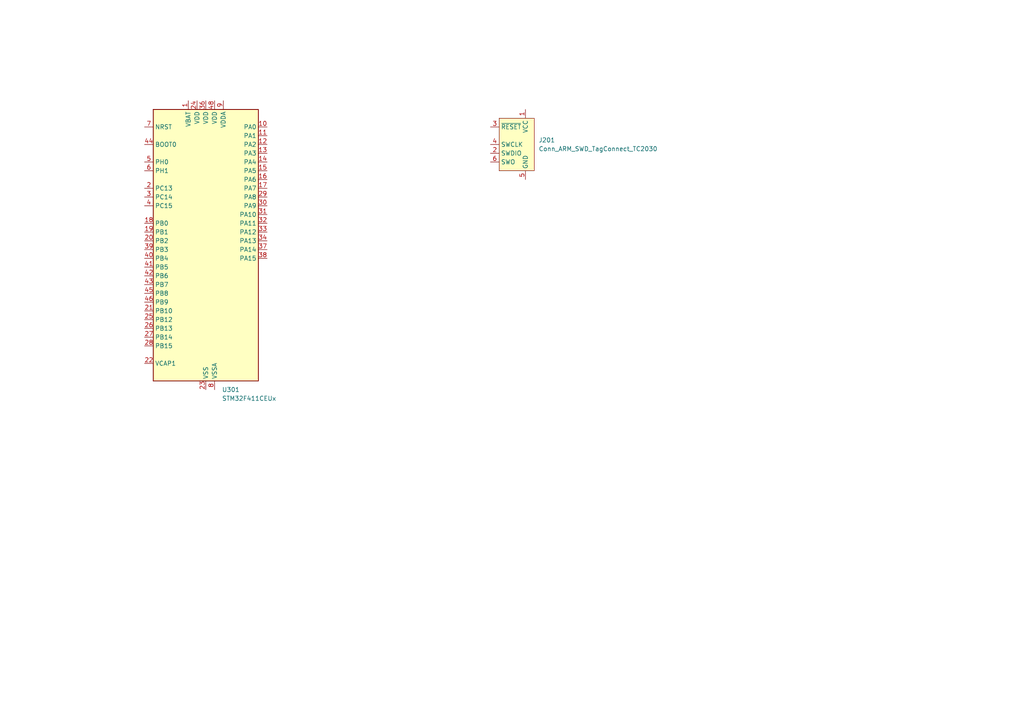
<source format=kicad_sch>
(kicad_sch (version 20250114) (generator "eeschema") (generator_version "9.0")
  (paper "A4")
  (lib_symbols
    (symbol "Connector:Conn_ARM_SWD_TagConnect_TC2030" (in_bom no)
      (property "Reference" "J" (at 2.54 11.43 0))
      (property "Value" "Conn_ARM_SWD_TagConnect_TC2030" (at 5.08 8.89 0))
      (symbol "Conn_ARM_SWD_TagConnect_TC2030_0_0"
        (pin power_in line (at -2.54 10.16 270) (length 2.54) (name "VCC") (number "1"))
        (pin power_in line (at -2.54 -10.16 90) (length 2.54) (name "GND") (number "5"))
        (pin open_collector line (at 7.62 5.08 180) (length 2.54) (name "~{RESET}") (number "3"))
        (pin output line (at 7.62 0 180) (length 2.54) (name "SWCLK") (number "4"))
        (pin bidirectional line (at 7.62 -2.54 180) (length 2.54) (name "SWDIO") (number "2"))
        (pin input line (at 7.62 -5.08 180) (length 2.54) (name "SWO") (number "6"))
      )
      (symbol "Conn_ARM_SWD_TagConnect_TC2030_0_1"
        (rectangle (start -5.08 7.62) (end 5.08 -7.62) (fill (type background)))
      )
    )
    (symbol "MCU_ST_STM32F4:STM32F411CEUx"
      (property "Reference" "U" (at -15.24 41.91 0))
      (property "Value" "STM32F411CEUx" (at 7.62 41.91 0))
      (symbol "STM32F411CEUx_0_1"
        (rectangle (start -15.24 -38.1) (end 15.24 40.64) (stroke (width 0.254)) (fill (type background)))
      )
      (symbol "STM32F411CEUx_1_1"
        (pin input line (at -17.78 35.56 0) (length 2.54) (name "NRST") (number "7"))
        (pin input line (at -17.78 30.48 0) (length 2.54) (name "BOOT0") (number "44"))
        (pin bidirectional line (at -17.78 25.4 0) (length 2.54) (name "PH0") (number "5"))
        (pin bidirectional line (at -17.78 22.86 0) (length 2.54) (name "PH1") (number "6"))
        (pin bidirectional line (at -17.78 17.78 0) (length 2.54) (name "PC13") (number "2"))
        (pin bidirectional line (at -17.78 15.24 0) (length 2.54) (name "PC14") (number "3"))
        (pin bidirectional line (at -17.78 12.7 0) (length 2.54) (name "PC15") (number "4"))
        (pin bidirectional line (at -17.78 7.62 0) (length 2.54) (name "PB0") (number "18"))
        (pin bidirectional line (at -17.78 5.08 0) (length 2.54) (name "PB1") (number "19"))
        (pin bidirectional line (at -17.78 2.54 0) (length 2.54) (name "PB2") (number "20"))
        (pin bidirectional line (at -17.78 0 0) (length 2.54) (name "PB3") (number "39"))
        (pin bidirectional line (at -17.78 -2.54 0) (length 2.54) (name "PB4") (number "40"))
        (pin bidirectional line (at -17.78 -5.08 0) (length 2.54) (name "PB5") (number "41"))
        (pin bidirectional line (at -17.78 -7.62 0) (length 2.54) (name "PB6") (number "42"))
        (pin bidirectional line (at -17.78 -10.16 0) (length 2.54) (name "PB7") (number "43"))
        (pin bidirectional line (at -17.78 -12.7 0) (length 2.54) (name "PB8") (number "45"))
        (pin bidirectional line (at -17.78 -15.24 0) (length 2.54) (name "PB9") (number "46"))
        (pin bidirectional line (at -17.78 -17.78 0) (length 2.54) (name "PB10") (number "21"))
        (pin bidirectional line (at -17.78 -20.32 0) (length 2.54) (name "PB12") (number "25"))
        (pin bidirectional line (at -17.78 -22.86 0) (length 2.54) (name "PB13") (number "26"))
        (pin bidirectional line (at -17.78 -25.4 0) (length 2.54) (name "PB14") (number "27"))
        (pin bidirectional line (at -17.78 -27.94 0) (length 2.54) (name "PB15") (number "28"))
        (pin power_out line (at -17.78 -33.02 0) (length 2.54) (name "VCAP1") (number "22"))
        (pin power_in line (at -5.08 43.18 270) (length 2.54) (name "VBAT") (number "1"))
        (pin power_in line (at -2.54 43.18 270) (length 2.54) (name "VDD") (number "24"))
        (pin power_in line (at 0 43.18 270) (length 2.54) (name "VDD") (number "36"))
        (pin power_in line (at 0 -40.64 90) (length 2.54) (name "VSS") (number "23"))
        (pin passive line (at 0 -40.64 90) (length 2.54) (hide yes) (name "VSS") (number "35"))
        (pin passive line (at 0 -40.64 90) (length 2.54) (hide yes) (name "VSS") (number "47"))
        (pin passive line (at 0 -40.64 90) (length 2.54) (hide yes) (name "VSS") (number "49"))
        (pin power_in line (at 2.54 43.18 270) (length 2.54) (name "VDD") (number "48"))
        (pin power_in line (at 2.54 -40.64 90) (length 2.54) (name "VSSA") (number "8"))
        (pin power_in line (at 5.08 43.18 270) (length 2.54) (name "VDDA") (number "9"))
        (pin bidirectional line (at 17.78 35.56 180) (length 2.54) (name "PA0") (number "10"))
        (pin bidirectional line (at 17.78 33.02 180) (length 2.54) (name "PA1") (number "11"))
        (pin bidirectional line (at 17.78 30.48 180) (length 2.54) (name "PA2") (number "12"))
        (pin bidirectional line (at 17.78 27.94 180) (length 2.54) (name "PA3") (number "13"))
        (pin bidirectional line (at 17.78 25.4 180) (length 2.54) (name "PA4") (number "14"))
        (pin bidirectional line (at 17.78 22.86 180) (length 2.54) (name "PA5") (number "15"))
        (pin bidirectional line (at 17.78 20.32 180) (length 2.54) (name "PA6") (number "16"))
        (pin bidirectional line (at 17.78 17.78 180) (length 2.54) (name "PA7") (number "17"))
        (pin bidirectional line (at 17.78 15.24 180) (length 2.54) (name "PA8") (number "29"))
        (pin bidirectional line (at 17.78 12.7 180) (length 2.54) (name "PA9") (number "30"))
        (pin bidirectional line (at 17.78 10.16 180) (length 2.54) (name "PA10") (number "31"))
        (pin bidirectional line (at 17.78 7.62 180) (length 2.54) (name "PA11") (number "32"))
        (pin bidirectional line (at 17.78 5.08 180) (length 2.54) (name "PA12") (number "33"))
        (pin bidirectional line (at 17.78 2.54 180) (length 2.54) (name "PA13") (number "34"))
        (pin bidirectional line (at 17.78 0 180) (length 2.54) (name "PA14") (number "37"))
        (pin bidirectional line (at 17.78 -2.54 180) (length 2.54) (name "PA15") (number "38"))
      )
    )
  )
  (symbol (lib_id "MCU_ST_STM32F4:STM32F411CEUx") (at 59.69 72.39 0) (unit 1)
    (property "Reference" "U201" (at 64.3733 113.03 0) (effects (justify left)))
    (property "Value" "STM32F411CEUx" (at 64.3733 115.57 0) (effects (justify left)))
    (property "Footprint" "Package_DFN_QFN:QFN-48-1EP_7x7mm_P0.5mm_EP5.6x5.6mm" (effects (hide yes)))
    (property "Datasheet" "https://www.st.com/resource/en/datasheet/stm32f411ce.pdf" (effects (hide yes)))
    (property "Description" "STMicroelectronics Arm Cortex-M4 MCU, 512KB flash, 128KB RAM, 100 MHz, 1.7-3.6V, 36 GPIO, UFQFPN48" (effects (hide yes)))
    (instances (project "" (path "" (reference "U301") (unit 1)) (path "" (reference "U201") (unit 1))))
  )
  (symbol (lib_id "Connector:Conn_ARM_SWD_TagConnect_TC2030") (at 149.86 41.91 0) (mirror y) (unit 1) (in_bom no)
    (property "Reference" "J201" (at 156.21 40.6399 0) (effects (justify right)))
    (property "Value" "Conn_ARM_SWD_TagConnect_TC2030" (at 156.21 43.1799 0) (effects (justify right)))
    (property "Footprint" "Connector:Tag-Connect_TC2030-IDC-FP_2x03_P1.27mm_Vertical" (effects (hide yes)))
    (property "Datasheet" "https://www.tag-connect.com/wp-content/uploads/bsk-pdf-manager/TC2030-CTX_1.pdf" (effects (hide yes)))
    (property "Description" "Tag-Connect ARM Cortex SWD JTAG connector, 6 pin" (effects (hide yes)))
  )
)
</source>
